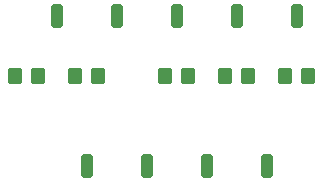
<source format=gbr>
%TF.GenerationSoftware,KiCad,Pcbnew,(7.0.0)*%
%TF.CreationDate,2023-03-15T14:27:27+01:00*%
%TF.ProjectId,PCH-1000JIG_0805,5043482d-3130-4303-904a-49475f303830,rev?*%
%TF.SameCoordinates,Original*%
%TF.FileFunction,Paste,Top*%
%TF.FilePolarity,Positive*%
%FSLAX46Y46*%
G04 Gerber Fmt 4.6, Leading zero omitted, Abs format (unit mm)*
G04 Created by KiCad (PCBNEW (7.0.0)) date 2023-03-15 14:27:27*
%MOMM*%
%LPD*%
G01*
G04 APERTURE LIST*
G04 Aperture macros list*
%AMRoundRect*
0 Rectangle with rounded corners*
0 $1 Rounding radius*
0 $2 $3 $4 $5 $6 $7 $8 $9 X,Y pos of 4 corners*
0 Add a 4 corners polygon primitive as box body*
4,1,4,$2,$3,$4,$5,$6,$7,$8,$9,$2,$3,0*
0 Add four circle primitives for the rounded corners*
1,1,$1+$1,$2,$3*
1,1,$1+$1,$4,$5*
1,1,$1+$1,$6,$7*
1,1,$1+$1,$8,$9*
0 Add four rect primitives between the rounded corners*
20,1,$1+$1,$2,$3,$4,$5,0*
20,1,$1+$1,$4,$5,$6,$7,0*
20,1,$1+$1,$6,$7,$8,$9,0*
20,1,$1+$1,$8,$9,$2,$3,0*%
G04 Aperture macros list end*
%ADD10RoundRect,0.250000X-0.250000X-0.750000X0.250000X-0.750000X0.250000X0.750000X-0.250000X0.750000X0*%
%ADD11RoundRect,0.250000X-0.350000X-0.450000X0.350000X-0.450000X0.350000X0.450000X-0.350000X0.450000X0*%
G04 APERTURE END LIST*
D10*
%TO.C,UDC6*%
X40640000Y-35560000D03*
%TD*%
%TO.C,UDC7*%
X45720000Y-35560000D03*
%TD*%
%TO.C,GND*%
X58420000Y-48260000D03*
%TD*%
%TO.C,UDC11*%
X50800000Y-35560000D03*
%TD*%
%TO.C,UDC12*%
X55880000Y-35560000D03*
%TD*%
%TO.C,UDC3*%
X60960000Y-35560000D03*
%TD*%
%TO.C,3.3V*%
X53340000Y-48260000D03*
%TD*%
%TO.C,PC RX*%
X48260000Y-48260000D03*
%TD*%
%TO.C,PC TX*%
X43180000Y-48260000D03*
%TD*%
D11*
%TO.C,1K*%
X44180000Y-40640000D03*
X42180000Y-40640000D03*
%TD*%
%TO.C,150*%
X61960000Y-40640000D03*
X59960000Y-40640000D03*
%TD*%
%TO.C,330*%
X56880000Y-40640000D03*
X54880000Y-40640000D03*
%TD*%
%TO.C,330*%
X51800000Y-40640000D03*
X49800000Y-40640000D03*
%TD*%
%TO.C,1K*%
X39100000Y-40640000D03*
X37100000Y-40640000D03*
%TD*%
M02*

</source>
